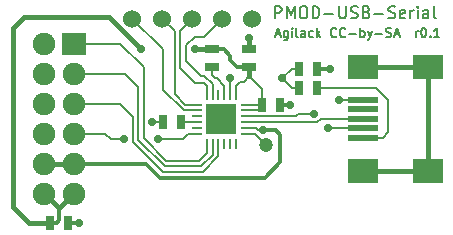
<source format=gbr>
G04 #@! TF.FileFunction,Copper,L1,Top,Signal*
%FSLAX46Y46*%
G04 Gerber Fmt 4.6, Leading zero omitted, Abs format (unit mm)*
G04 Created by KiCad (PCBNEW 4.0.2+dfsg1-stable) date mar. 12 sept. 2017 13:22:42 CEST*
%MOMM*%
G01*
G04 APERTURE LIST*
%ADD10C,0.100000*%
%ADD11C,0.152400*%
%ADD12R,2.000000X1.900000*%
%ADD13C,1.900000*%
%ADD14R,2.499360X1.998980*%
%ADD15R,2.500000X0.500380*%
%ADD16R,0.900000X0.279400*%
%ADD17R,0.279400X0.900000*%
%ADD18R,2.600000X2.600000*%
%ADD19R,0.635000X1.143000*%
%ADD20R,1.143000X0.635000*%
%ADD21C,1.524000*%
%ADD22C,1.198880*%
%ADD23C,0.711200*%
%ADD24C,0.304800*%
%ADD25C,0.203200*%
%ADD26C,0.406400*%
G04 APERTURE END LIST*
D10*
D11*
X158626630Y-98083914D02*
X158626630Y-97575914D01*
X158626630Y-97721057D02*
X158662915Y-97648486D01*
X158699201Y-97612200D01*
X158771772Y-97575914D01*
X158844344Y-97575914D01*
X159243486Y-97321914D02*
X159316058Y-97321914D01*
X159388629Y-97358200D01*
X159424915Y-97394486D01*
X159461201Y-97467057D01*
X159497486Y-97612200D01*
X159497486Y-97793629D01*
X159461201Y-97938771D01*
X159424915Y-98011343D01*
X159388629Y-98047629D01*
X159316058Y-98083914D01*
X159243486Y-98083914D01*
X159170915Y-98047629D01*
X159134629Y-98011343D01*
X159098344Y-97938771D01*
X159062058Y-97793629D01*
X159062058Y-97612200D01*
X159098344Y-97467057D01*
X159134629Y-97394486D01*
X159170915Y-97358200D01*
X159243486Y-97321914D01*
X159824058Y-98011343D02*
X159860343Y-98047629D01*
X159824058Y-98083914D01*
X159787772Y-98047629D01*
X159824058Y-98011343D01*
X159824058Y-98083914D01*
X160586057Y-98083914D02*
X160150629Y-98083914D01*
X160368343Y-98083914D02*
X160368343Y-97321914D01*
X160295772Y-97430771D01*
X160223200Y-97503343D01*
X160150629Y-97539629D01*
X146761200Y-97866200D02*
X147124057Y-97866200D01*
X146688628Y-98083914D02*
X146942628Y-97321914D01*
X147196628Y-98083914D01*
X147777200Y-97575914D02*
X147777200Y-98192771D01*
X147740914Y-98265343D01*
X147704629Y-98301629D01*
X147632057Y-98337914D01*
X147523200Y-98337914D01*
X147450629Y-98301629D01*
X147777200Y-98047629D02*
X147704629Y-98083914D01*
X147559486Y-98083914D01*
X147486914Y-98047629D01*
X147450629Y-98011343D01*
X147414343Y-97938771D01*
X147414343Y-97721057D01*
X147450629Y-97648486D01*
X147486914Y-97612200D01*
X147559486Y-97575914D01*
X147704629Y-97575914D01*
X147777200Y-97612200D01*
X148140058Y-98083914D02*
X148140058Y-97575914D01*
X148140058Y-97321914D02*
X148103772Y-97358200D01*
X148140058Y-97394486D01*
X148176343Y-97358200D01*
X148140058Y-97321914D01*
X148140058Y-97394486D01*
X148611772Y-98083914D02*
X148539200Y-98047629D01*
X148502915Y-97975057D01*
X148502915Y-97321914D01*
X149228629Y-98083914D02*
X149228629Y-97684771D01*
X149192343Y-97612200D01*
X149119772Y-97575914D01*
X148974629Y-97575914D01*
X148902058Y-97612200D01*
X149228629Y-98047629D02*
X149156058Y-98083914D01*
X148974629Y-98083914D01*
X148902058Y-98047629D01*
X148865772Y-97975057D01*
X148865772Y-97902486D01*
X148902058Y-97829914D01*
X148974629Y-97793629D01*
X149156058Y-97793629D01*
X149228629Y-97757343D01*
X149918058Y-98047629D02*
X149845487Y-98083914D01*
X149700344Y-98083914D01*
X149627772Y-98047629D01*
X149591487Y-98011343D01*
X149555201Y-97938771D01*
X149555201Y-97721057D01*
X149591487Y-97648486D01*
X149627772Y-97612200D01*
X149700344Y-97575914D01*
X149845487Y-97575914D01*
X149918058Y-97612200D01*
X150244630Y-98083914D02*
X150244630Y-97321914D01*
X150317201Y-97793629D02*
X150534915Y-98083914D01*
X150534915Y-97575914D02*
X150244630Y-97866200D01*
X151877486Y-98011343D02*
X151841200Y-98047629D01*
X151732343Y-98083914D01*
X151659772Y-98083914D01*
X151550915Y-98047629D01*
X151478343Y-97975057D01*
X151442058Y-97902486D01*
X151405772Y-97757343D01*
X151405772Y-97648486D01*
X151442058Y-97503343D01*
X151478343Y-97430771D01*
X151550915Y-97358200D01*
X151659772Y-97321914D01*
X151732343Y-97321914D01*
X151841200Y-97358200D01*
X151877486Y-97394486D01*
X152639486Y-98011343D02*
X152603200Y-98047629D01*
X152494343Y-98083914D01*
X152421772Y-98083914D01*
X152312915Y-98047629D01*
X152240343Y-97975057D01*
X152204058Y-97902486D01*
X152167772Y-97757343D01*
X152167772Y-97648486D01*
X152204058Y-97503343D01*
X152240343Y-97430771D01*
X152312915Y-97358200D01*
X152421772Y-97321914D01*
X152494343Y-97321914D01*
X152603200Y-97358200D01*
X152639486Y-97394486D01*
X152966058Y-97793629D02*
X153546629Y-97793629D01*
X153909487Y-98083914D02*
X153909487Y-97321914D01*
X153909487Y-97612200D02*
X153982058Y-97575914D01*
X154127201Y-97575914D01*
X154199772Y-97612200D01*
X154236058Y-97648486D01*
X154272344Y-97721057D01*
X154272344Y-97938771D01*
X154236058Y-98011343D01*
X154199772Y-98047629D01*
X154127201Y-98083914D01*
X153982058Y-98083914D01*
X153909487Y-98047629D01*
X154526344Y-97575914D02*
X154707773Y-98083914D01*
X154889201Y-97575914D02*
X154707773Y-98083914D01*
X154635201Y-98265343D01*
X154598916Y-98301629D01*
X154526344Y-98337914D01*
X155179487Y-97793629D02*
X155760058Y-97793629D01*
X156086630Y-98047629D02*
X156195487Y-98083914D01*
X156376916Y-98083914D01*
X156449487Y-98047629D01*
X156485773Y-98011343D01*
X156522058Y-97938771D01*
X156522058Y-97866200D01*
X156485773Y-97793629D01*
X156449487Y-97757343D01*
X156376916Y-97721057D01*
X156231773Y-97684771D01*
X156159201Y-97648486D01*
X156122916Y-97612200D01*
X156086630Y-97539629D01*
X156086630Y-97467057D01*
X156122916Y-97394486D01*
X156159201Y-97358200D01*
X156231773Y-97321914D01*
X156413201Y-97321914D01*
X156522058Y-97358200D01*
X156812344Y-97866200D02*
X157175201Y-97866200D01*
X156739772Y-98083914D02*
X156993772Y-97321914D01*
X157247772Y-98083914D01*
X146679495Y-96489781D02*
X146679495Y-95489781D01*
X147060448Y-95489781D01*
X147155686Y-95537400D01*
X147203305Y-95585019D01*
X147250924Y-95680257D01*
X147250924Y-95823114D01*
X147203305Y-95918352D01*
X147155686Y-95965971D01*
X147060448Y-96013590D01*
X146679495Y-96013590D01*
X147679495Y-96489781D02*
X147679495Y-95489781D01*
X148012829Y-96204067D01*
X148346162Y-95489781D01*
X148346162Y-96489781D01*
X149012828Y-95489781D02*
X149203305Y-95489781D01*
X149298543Y-95537400D01*
X149393781Y-95632638D01*
X149441400Y-95823114D01*
X149441400Y-96156448D01*
X149393781Y-96346924D01*
X149298543Y-96442162D01*
X149203305Y-96489781D01*
X149012828Y-96489781D01*
X148917590Y-96442162D01*
X148822352Y-96346924D01*
X148774733Y-96156448D01*
X148774733Y-95823114D01*
X148822352Y-95632638D01*
X148917590Y-95537400D01*
X149012828Y-95489781D01*
X149869971Y-96489781D02*
X149869971Y-95489781D01*
X150108066Y-95489781D01*
X150250924Y-95537400D01*
X150346162Y-95632638D01*
X150393781Y-95727876D01*
X150441400Y-95918352D01*
X150441400Y-96061210D01*
X150393781Y-96251686D01*
X150346162Y-96346924D01*
X150250924Y-96442162D01*
X150108066Y-96489781D01*
X149869971Y-96489781D01*
X150869971Y-96108829D02*
X151631876Y-96108829D01*
X152108066Y-95489781D02*
X152108066Y-96299305D01*
X152155685Y-96394543D01*
X152203304Y-96442162D01*
X152298542Y-96489781D01*
X152489019Y-96489781D01*
X152584257Y-96442162D01*
X152631876Y-96394543D01*
X152679495Y-96299305D01*
X152679495Y-95489781D01*
X153108066Y-96442162D02*
X153250923Y-96489781D01*
X153489019Y-96489781D01*
X153584257Y-96442162D01*
X153631876Y-96394543D01*
X153679495Y-96299305D01*
X153679495Y-96204067D01*
X153631876Y-96108829D01*
X153584257Y-96061210D01*
X153489019Y-96013590D01*
X153298542Y-95965971D01*
X153203304Y-95918352D01*
X153155685Y-95870733D01*
X153108066Y-95775495D01*
X153108066Y-95680257D01*
X153155685Y-95585019D01*
X153203304Y-95537400D01*
X153298542Y-95489781D01*
X153536638Y-95489781D01*
X153679495Y-95537400D01*
X154441400Y-95965971D02*
X154584257Y-96013590D01*
X154631876Y-96061210D01*
X154679495Y-96156448D01*
X154679495Y-96299305D01*
X154631876Y-96394543D01*
X154584257Y-96442162D01*
X154489019Y-96489781D01*
X154108066Y-96489781D01*
X154108066Y-95489781D01*
X154441400Y-95489781D01*
X154536638Y-95537400D01*
X154584257Y-95585019D01*
X154631876Y-95680257D01*
X154631876Y-95775495D01*
X154584257Y-95870733D01*
X154536638Y-95918352D01*
X154441400Y-95965971D01*
X154108066Y-95965971D01*
X155108066Y-96108829D02*
X155869971Y-96108829D01*
X156298542Y-96442162D02*
X156441399Y-96489781D01*
X156679495Y-96489781D01*
X156774733Y-96442162D01*
X156822352Y-96394543D01*
X156869971Y-96299305D01*
X156869971Y-96204067D01*
X156822352Y-96108829D01*
X156774733Y-96061210D01*
X156679495Y-96013590D01*
X156489018Y-95965971D01*
X156393780Y-95918352D01*
X156346161Y-95870733D01*
X156298542Y-95775495D01*
X156298542Y-95680257D01*
X156346161Y-95585019D01*
X156393780Y-95537400D01*
X156489018Y-95489781D01*
X156727114Y-95489781D01*
X156869971Y-95537400D01*
X157679495Y-96442162D02*
X157584257Y-96489781D01*
X157393780Y-96489781D01*
X157298542Y-96442162D01*
X157250923Y-96346924D01*
X157250923Y-95965971D01*
X157298542Y-95870733D01*
X157393780Y-95823114D01*
X157584257Y-95823114D01*
X157679495Y-95870733D01*
X157727114Y-95965971D01*
X157727114Y-96061210D01*
X157250923Y-96156448D01*
X158155685Y-96489781D02*
X158155685Y-95823114D01*
X158155685Y-96013590D02*
X158203304Y-95918352D01*
X158250923Y-95870733D01*
X158346161Y-95823114D01*
X158441400Y-95823114D01*
X158774733Y-96489781D02*
X158774733Y-95823114D01*
X158774733Y-95489781D02*
X158727114Y-95537400D01*
X158774733Y-95585019D01*
X158822352Y-95537400D01*
X158774733Y-95489781D01*
X158774733Y-95585019D01*
X159679495Y-96489781D02*
X159679495Y-95965971D01*
X159631876Y-95870733D01*
X159536638Y-95823114D01*
X159346161Y-95823114D01*
X159250923Y-95870733D01*
X159679495Y-96442162D02*
X159584257Y-96489781D01*
X159346161Y-96489781D01*
X159250923Y-96442162D01*
X159203304Y-96346924D01*
X159203304Y-96251686D01*
X159250923Y-96156448D01*
X159346161Y-96108829D01*
X159584257Y-96108829D01*
X159679495Y-96061210D01*
X160298542Y-96489781D02*
X160203304Y-96442162D01*
X160155685Y-96346924D01*
X160155685Y-95489781D01*
D12*
X129680000Y-98650000D03*
D13*
X129680000Y-101190000D03*
X129680000Y-103730000D03*
X129680000Y-106270000D03*
X129680000Y-108810000D03*
X129680000Y-111350000D03*
X127140000Y-98650000D03*
X127140000Y-101190000D03*
X127140000Y-103730000D03*
X127140000Y-106270000D03*
X127140000Y-108810000D03*
X127140000Y-111350000D03*
D14*
X154150000Y-109400000D03*
D15*
X154150000Y-105000000D03*
X154150000Y-105800100D03*
X154150000Y-106600200D03*
X154150000Y-104199900D03*
X154150000Y-103399800D03*
D14*
X154150000Y-100600000D03*
X159650000Y-109400000D03*
X159650000Y-100600000D03*
D16*
X140100000Y-105300000D03*
X140100000Y-105800000D03*
X144200000Y-104300000D03*
X144200000Y-106300000D03*
X144200000Y-105800000D03*
X144200000Y-105300000D03*
X144200000Y-104800000D03*
X144200000Y-103800000D03*
D17*
X143400000Y-103000000D03*
X142900000Y-103000000D03*
X142400000Y-103000000D03*
X141900000Y-103000000D03*
X141400000Y-103000000D03*
X140900000Y-103000000D03*
D16*
X140100000Y-103800000D03*
X140100000Y-104300000D03*
X140100000Y-104800000D03*
D18*
X142150000Y-105000000D03*
D17*
X143400000Y-107100000D03*
X142900000Y-107100000D03*
X142400000Y-107100000D03*
X141900000Y-107100000D03*
X141400000Y-107100000D03*
X140900000Y-107100000D03*
D16*
X140100000Y-106300000D03*
D19*
X127638000Y-113800000D03*
X129162000Y-113800000D03*
X138737000Y-105300000D03*
X137213000Y-105300000D03*
D20*
X144500000Y-100662000D03*
X144500000Y-99138000D03*
D19*
X145563000Y-103875000D03*
X147087000Y-103875000D03*
D20*
X141325000Y-99138000D03*
X141325000Y-100662000D03*
D19*
X148763000Y-102375000D03*
X150287000Y-102375000D03*
X150287000Y-100775000D03*
X148763000Y-100775000D03*
D21*
X134620000Y-96520000D03*
X137160000Y-96520000D03*
X139700000Y-96520000D03*
X142240000Y-96520000D03*
X144780000Y-96520000D03*
D22*
X145923000Y-107264200D03*
D23*
X142150000Y-105000000D03*
X145669000Y-105968800D03*
X151375000Y-100775000D03*
X130125000Y-113800000D03*
X152150000Y-103400000D03*
X148000000Y-103875000D03*
X144500000Y-98125000D03*
X136275000Y-105300000D03*
X135375000Y-99125000D03*
X139950000Y-99125000D03*
X154150000Y-109400000D03*
X159650000Y-109400000D03*
X159650000Y-100600000D03*
X154150000Y-100600000D03*
X151150000Y-105800000D03*
X149950000Y-104600000D03*
X133925000Y-106725000D03*
X136775000Y-106725000D03*
X142900000Y-101575000D03*
X147325000Y-101575000D03*
D24*
X129680000Y-108810000D02*
X135784800Y-108810000D01*
X146761200Y-105968800D02*
X145669000Y-105968800D01*
X147142200Y-106349800D02*
X146761200Y-105968800D01*
X147142200Y-108686600D02*
X147142200Y-106349800D01*
X145846800Y-109982000D02*
X147142200Y-108686600D01*
X136956800Y-109982000D02*
X145846800Y-109982000D01*
X135784800Y-108810000D02*
X136956800Y-109982000D01*
D25*
X145093800Y-105800000D02*
X145262600Y-105968800D01*
X145262600Y-105968800D02*
X145669000Y-105968800D01*
X144200000Y-105800000D02*
X145093800Y-105800000D01*
D24*
X151375000Y-100775000D02*
X150287000Y-100775000D01*
X129162000Y-113800000D02*
X130125000Y-113800000D01*
D25*
X152150200Y-103399800D02*
X152150000Y-103400000D01*
X154150000Y-103399800D02*
X152150200Y-103399800D01*
D24*
X148000000Y-103875000D02*
X147087000Y-103875000D01*
D26*
X144500000Y-99138000D02*
X144500000Y-98125000D01*
X129680000Y-108810000D02*
X127140000Y-108810000D01*
D25*
X137213000Y-105300000D02*
X136275000Y-105300000D01*
D24*
X144500000Y-100662000D02*
X143512000Y-100662000D01*
X142363000Y-99138000D02*
X141325000Y-99138000D01*
X142900000Y-99675000D02*
X142363000Y-99138000D01*
X142900000Y-100050000D02*
X142900000Y-99675000D01*
X143512000Y-100662000D02*
X142900000Y-100050000D01*
D26*
X125400000Y-96425000D02*
X132675000Y-96425000D01*
X127638000Y-113800000D02*
X125825000Y-113800000D01*
X124525000Y-97300000D02*
X125400000Y-96425000D01*
X124525000Y-112500000D02*
X124525000Y-97300000D01*
X125825000Y-113800000D02*
X124525000Y-112500000D01*
X139950000Y-99125000D02*
X141312000Y-99125000D01*
X132675000Y-96425000D02*
X135375000Y-99125000D01*
X141312000Y-99125000D02*
X141325000Y-99138000D01*
D24*
X127638000Y-113800000D02*
X128225000Y-113800000D01*
X128425000Y-113600000D02*
X128425000Y-112600000D01*
X128225000Y-113800000D02*
X128425000Y-113600000D01*
D26*
X127140000Y-111350000D02*
X127175000Y-111350000D01*
X127175000Y-111350000D02*
X128425000Y-112600000D01*
X129675000Y-111350000D02*
X128425000Y-112600000D01*
X129680000Y-111350000D02*
X129675000Y-111350000D01*
X127140000Y-111350000D02*
X127150000Y-111350000D01*
D25*
X143700000Y-101900000D02*
X144025000Y-101900000D01*
X143400000Y-102200000D02*
X143700000Y-101900000D01*
X143400000Y-103000000D02*
X143400000Y-102200000D01*
X144025000Y-101900000D02*
X144500000Y-101425000D01*
X145563000Y-103875000D02*
X145563000Y-102488000D01*
D26*
X144500000Y-101425000D02*
X144500000Y-100662000D01*
D25*
X145563000Y-102488000D02*
X144500000Y-101425000D01*
X144200000Y-103800000D02*
X145488000Y-103800000D01*
X145488000Y-103800000D02*
X145563000Y-103875000D01*
X144200000Y-104300000D02*
X145250000Y-104300000D01*
X145250000Y-104300000D02*
X145563000Y-103987000D01*
X145563000Y-103987000D02*
X145563000Y-103875000D01*
D26*
X159650000Y-109400000D02*
X154150000Y-109400000D01*
X159650000Y-100600000D02*
X159650000Y-109400000D01*
X154150000Y-100600000D02*
X159650000Y-100600000D01*
D25*
X144200000Y-105300000D02*
X150250000Y-105300000D01*
X150550000Y-105000000D02*
X154150000Y-105000000D01*
X150250000Y-105300000D02*
X150550000Y-105000000D01*
X154149900Y-105800000D02*
X151150000Y-105800000D01*
X148450000Y-104800000D02*
X144200000Y-104800000D01*
X148650000Y-104600000D02*
X149950000Y-104600000D01*
X148450000Y-104800000D02*
X148650000Y-104600000D01*
X154149900Y-105800000D02*
X154150000Y-105800100D01*
X150287000Y-102375000D02*
X155225000Y-102375000D01*
X155799800Y-106600200D02*
X156267400Y-106132600D01*
X156267400Y-106132600D02*
X156267400Y-103417400D01*
X156267400Y-103417400D02*
X155225000Y-102375000D01*
X155799800Y-106600200D02*
X154150000Y-106600200D01*
X140100000Y-105300000D02*
X138737000Y-105300000D01*
X129680000Y-98650000D02*
X133600000Y-98650000D01*
X140900000Y-107925000D02*
X140900000Y-107100000D01*
X140250000Y-108575000D02*
X140900000Y-107925000D01*
X137500000Y-108575000D02*
X140250000Y-108575000D01*
X135575000Y-106650000D02*
X137500000Y-108575000D01*
X135575000Y-100625000D02*
X135575000Y-106650000D01*
X133600000Y-98650000D02*
X135575000Y-100625000D01*
X141400000Y-107100000D02*
X141400000Y-108050000D01*
X133965000Y-101190000D02*
X129680000Y-101190000D01*
X135125000Y-102350000D02*
X133965000Y-101190000D01*
X135125000Y-106800000D02*
X135125000Y-102350000D01*
X137350000Y-109025000D02*
X135125000Y-106800000D01*
X140425000Y-109025000D02*
X137350000Y-109025000D01*
X141400000Y-108050000D02*
X140425000Y-109025000D01*
X141900000Y-107100000D02*
X141900000Y-108175000D01*
X133530000Y-103730000D02*
X129680000Y-103730000D01*
X134675000Y-104875000D02*
X133530000Y-103730000D01*
X134675000Y-106975000D02*
X134675000Y-104875000D01*
X137175000Y-109475000D02*
X134675000Y-106975000D01*
X140600000Y-109475000D02*
X137175000Y-109475000D01*
X141900000Y-108175000D02*
X140600000Y-109475000D01*
X129680000Y-106270000D02*
X132320000Y-106270000D01*
X136775000Y-106725000D02*
X138875000Y-106725000D01*
X139300000Y-106300000D02*
X138875000Y-106725000D01*
X139300000Y-106300000D02*
X140100000Y-106300000D01*
X132775000Y-106725000D02*
X133925000Y-106725000D01*
X132320000Y-106270000D02*
X132775000Y-106725000D01*
X141325000Y-100662000D02*
X141325000Y-101300000D01*
X142400000Y-102200000D02*
X142400000Y-103000000D01*
X141775000Y-101575000D02*
X142400000Y-102200000D01*
X141600000Y-101575000D02*
X141775000Y-101575000D01*
X141325000Y-101300000D02*
X141600000Y-101575000D01*
X148763000Y-100775000D02*
X148125000Y-100775000D01*
X148125000Y-100775000D02*
X147325000Y-101575000D01*
X148763000Y-102375000D02*
X148125000Y-102375000D01*
X142900000Y-101575000D02*
X142900000Y-103000000D01*
X148125000Y-102375000D02*
X147325000Y-101575000D01*
X140100000Y-104300000D02*
X138971000Y-104300000D01*
X137210800Y-99110800D02*
X134620000Y-96520000D01*
X137210800Y-102539800D02*
X137210800Y-99110800D01*
X138971000Y-104300000D02*
X137210800Y-102539800D01*
X140100000Y-103800000D02*
X139106000Y-103800000D01*
X138201400Y-97561400D02*
X137160000Y-96520000D01*
X138201400Y-102895400D02*
X138201400Y-97561400D01*
X139106000Y-103800000D02*
X138201400Y-102895400D01*
X140639800Y-101955600D02*
X139903200Y-101955600D01*
X138658600Y-100711000D02*
X138658600Y-97561400D01*
X139700000Y-96520000D02*
X138658600Y-97561400D01*
X140900000Y-102215800D02*
X140639800Y-101955600D01*
X140900000Y-102215800D02*
X140900000Y-103000000D01*
X139903200Y-101955600D02*
X138658600Y-100711000D01*
X141400000Y-103000000D02*
X141400000Y-102055400D01*
X140716000Y-98044000D02*
X142240000Y-96520000D01*
X139877800Y-98044000D02*
X140716000Y-98044000D01*
X139192000Y-98729800D02*
X139877800Y-98044000D01*
X139192000Y-100152200D02*
X139192000Y-98729800D01*
X140411200Y-101371400D02*
X139192000Y-100152200D01*
X140716000Y-101371400D02*
X140411200Y-101371400D01*
X141400000Y-102055400D02*
X140716000Y-101371400D01*
X145923000Y-107264200D02*
X144958800Y-106300000D01*
X144958800Y-106300000D02*
X144200000Y-106300000D01*
M02*

</source>
